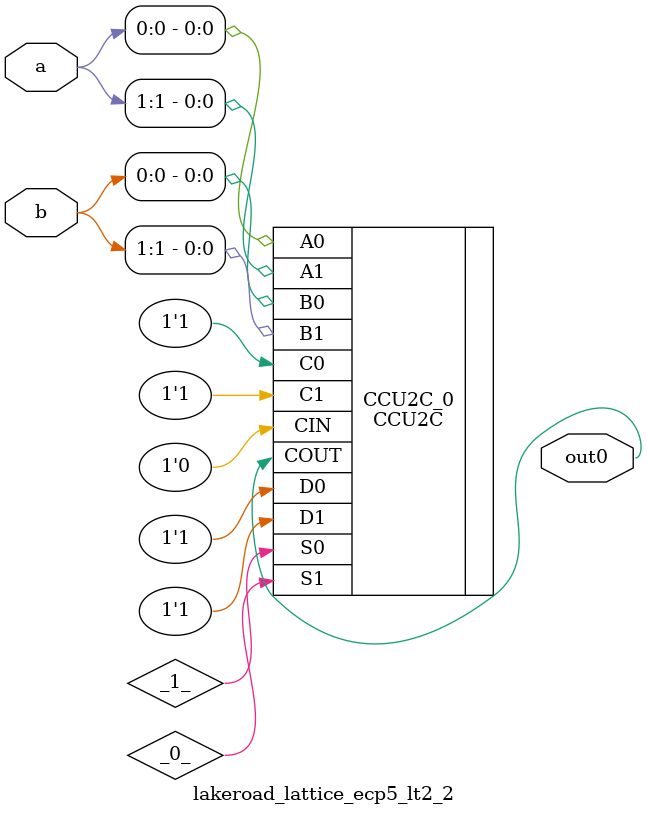
<source format=v>

/* Generated by Yosys 0.19 (git sha1 a45c131b37c, clang 13.1.6 -fPIC -Os) */

module lakeroad_lattice_ecp5_lt2_2(a, b, out0);
  wire _0_;
  wire _1_;
  input [1:0] a;
  wire [1:0] a;
  input [1:0] b;
  wire [1:0] b;
  output out0;
  wire out0;
  CCU2C #(
    .INIT0(16'h9f95),
    .INIT1(16'h9f95),
    .INJECT1_0("NO"),
    .INJECT1_1("NO")
  ) CCU2C_0 (
    .A0(a[0]),
    .A1(a[1]),
    .B0(b[0]),
    .B1(b[1]),
    .C0(1'h1),
    .C1(1'h1),
    .CIN(1'h0),
    .COUT(out0),
    .D0(1'h1),
    .D1(1'h1),
    .S0(_1_),
    .S1(_0_)
  );
endmodule


</source>
